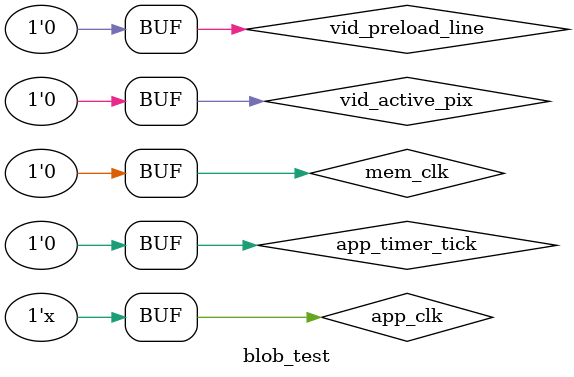
<source format=v>
`timescale 1ns / 1ps


module blob_test;

	// Inputs
	reg app_clk;
	reg app_timer_tick;
	reg mem_clk;
	reg vid_preload_line;
	reg vid_active_pix;
	reg [10:0] vid_hpos;
	reg [10:0] vid_vpos;
	reg foregnd_px;

	integer i;
	// Outputs
	wire [23:0] vid_data_out;

	// Instantiate the Unit Under Test (UUT)
	blob_analyzer uut (
		.app_clk(app_clk), 
		.app_timer_tick(app_timer_tick), 
		.mem_clk(mem_clk), 
		.vid_preload_line(vid_preload_line), 
		.vid_active_pix(vid_active_pix), 
		.vid_hpos(vid_hpos), 
		.vid_vpos(vid_vpos), 
		.vid_data_out(vid_data_out), 
		.foregnd_px(foregnd_px)
	);

	initial begin
		// Initialize Inputs
		app_clk = 0;
		app_timer_tick = 0;
		mem_clk = 0;
		vid_preload_line = 0;
		vid_active_pix = 0;
		vid_hpos = 0;
		vid_vpos = 0;
		foregnd_px = 0;
		i = 0;

		// Wait 100 ns for global reset to finish
		#100;
        
		// Add stimulus here
	end
	
	always begin
		#1 app_clk = ~app_clk;
	end
	
	always @(*) begin
		if((vid_hpos>11'd20 && vid_hpos<11'd201) || (vid_hpos>11'd600 && vid_hpos<11'd635)) begin
			if(vid_vpos>11'd5 && vid_vpos<11'd100)
				foregnd_px = 1'b1;
			else
				foregnd_px = 1'b0;
		end
		else
			foregnd_px = 1'b0;
	end
	
	always @(posedge app_clk) begin
		if((vid_hpos == 11'd639) || (i > 0))
			i <= (i < 150) ? i+1 : 0;
		if(i == 0)
			vid_hpos <= (vid_hpos < 11'd639) ? vid_hpos+11'd1 : 11'd0;
		if(vid_hpos == 11'd639) 
			vid_vpos <= (vid_vpos < 11'd479) ? vid_vpos+11'd1 : 11'd0;
	end
      
endmodule


</source>
